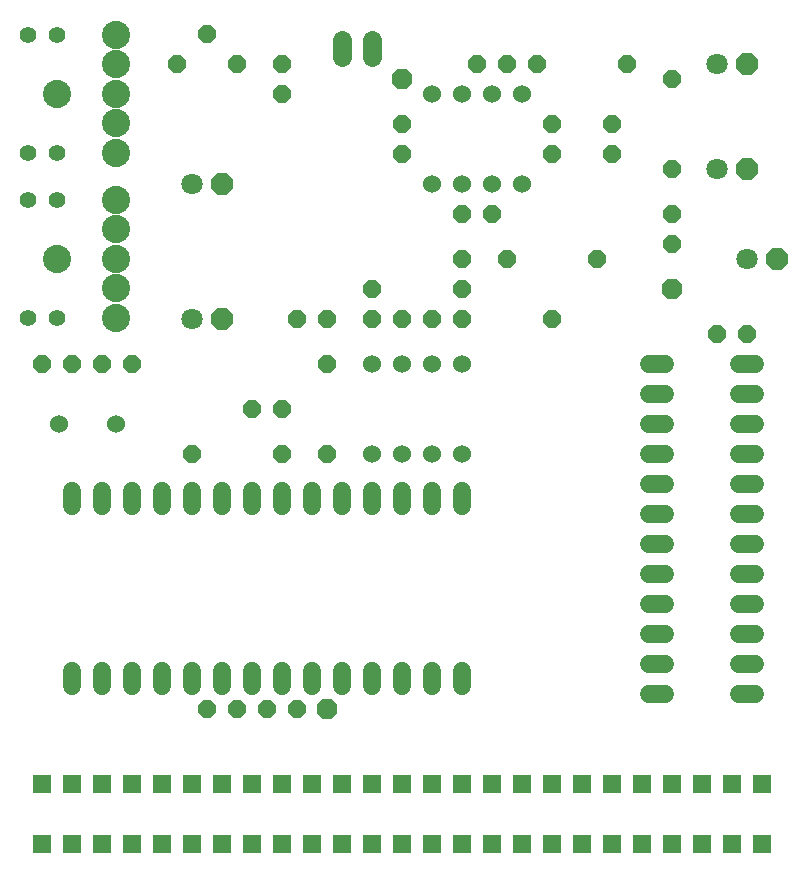
<source format=gts>
G04 EAGLE Gerber RS-274X export*
G75*
%MOMM*%
%FSLAX34Y34*%
%LPD*%
%INSoldermask Top*%
%IPPOS*%
%AMOC8*
5,1,8,0,0,1.08239X$1,22.5*%
G01*
%ADD10R,1.611200X1.611200*%
%ADD11C,1.524000*%
%ADD12P,1.649562X8X202.500000*%
%ADD13P,1.951982X8X22.500000*%
%ADD14C,1.803400*%
%ADD15C,1.524000*%
%ADD16P,1.649562X8X22.500000*%
%ADD17P,1.649562X8X292.500000*%
%ADD18C,1.625600*%
%ADD19C,2.387600*%
%ADD20C,1.403200*%
%ADD21P,1.869504X8X22.500000*%
%ADD22P,1.649562X8X112.500000*%


D10*
X38100Y25400D03*
X38100Y76200D03*
X63500Y25400D03*
X63500Y76200D03*
X88900Y25400D03*
X88900Y76200D03*
X114300Y25400D03*
X114300Y76200D03*
X139700Y25400D03*
X139700Y76200D03*
X165100Y25400D03*
X165100Y76200D03*
X190500Y25400D03*
X190500Y76200D03*
X215900Y25400D03*
X215900Y76200D03*
X241300Y25400D03*
X241300Y76200D03*
X266700Y25400D03*
X266700Y76200D03*
X292100Y25400D03*
X292100Y76200D03*
X317500Y25400D03*
X317500Y76200D03*
X342900Y25400D03*
X342900Y76200D03*
X368300Y25400D03*
X368300Y76200D03*
X393700Y25400D03*
X393700Y76200D03*
X419100Y25400D03*
X419100Y76200D03*
X444500Y25400D03*
X444500Y76200D03*
X469900Y25400D03*
X469900Y76200D03*
X495300Y25400D03*
X495300Y76200D03*
X520700Y25400D03*
X520700Y76200D03*
X546100Y25400D03*
X546100Y76200D03*
X571500Y25400D03*
X571500Y76200D03*
X596900Y25400D03*
X596900Y76200D03*
X622300Y25400D03*
X622300Y76200D03*
X647700Y25400D03*
X647700Y76200D03*
D11*
X565404Y431800D02*
X552196Y431800D01*
X552196Y406400D02*
X565404Y406400D01*
X565404Y381000D02*
X552196Y381000D01*
X552196Y355600D02*
X565404Y355600D01*
X565404Y330200D02*
X552196Y330200D01*
X552196Y304800D02*
X565404Y304800D01*
X565404Y279400D02*
X552196Y279400D01*
X552196Y254000D02*
X565404Y254000D01*
X565404Y228600D02*
X552196Y228600D01*
X552196Y203200D02*
X565404Y203200D01*
X565404Y177800D02*
X552196Y177800D01*
X552196Y152400D02*
X565404Y152400D01*
X628396Y152400D02*
X641604Y152400D01*
X641604Y177800D02*
X628396Y177800D01*
X628396Y203200D02*
X641604Y203200D01*
X641604Y228600D02*
X628396Y228600D01*
X628396Y254000D02*
X641604Y254000D01*
X641604Y279400D02*
X628396Y279400D01*
X628396Y304800D02*
X641604Y304800D01*
X641604Y330200D02*
X628396Y330200D01*
X628396Y355600D02*
X641604Y355600D01*
X641604Y381000D02*
X628396Y381000D01*
X628396Y406400D02*
X641604Y406400D01*
X641604Y431800D02*
X628396Y431800D01*
D12*
X635000Y457200D03*
X609600Y457200D03*
D13*
X660400Y520700D03*
D14*
X635000Y520700D03*
D11*
X63500Y171704D02*
X63500Y158496D01*
X88900Y158496D02*
X88900Y171704D01*
X114300Y171704D02*
X114300Y158496D01*
X139700Y158496D02*
X139700Y171704D01*
X165100Y171704D02*
X165100Y158496D01*
X190500Y158496D02*
X190500Y171704D01*
X215900Y171704D02*
X215900Y158496D01*
X241300Y158496D02*
X241300Y171704D01*
X266700Y171704D02*
X266700Y158496D01*
X292100Y158496D02*
X292100Y171704D01*
X317500Y171704D02*
X317500Y158496D01*
X342900Y158496D02*
X342900Y171704D01*
X368300Y171704D02*
X368300Y158496D01*
X393700Y158496D02*
X393700Y171704D01*
X393700Y310896D02*
X393700Y324104D01*
X368300Y324104D02*
X368300Y310896D01*
X342900Y310896D02*
X342900Y324104D01*
X317500Y324104D02*
X317500Y310896D01*
X292100Y310896D02*
X292100Y324104D01*
X266700Y324104D02*
X266700Y310896D01*
X241300Y310896D02*
X241300Y324104D01*
X215900Y324104D02*
X215900Y310896D01*
X190500Y310896D02*
X190500Y324104D01*
X165100Y324104D02*
X165100Y310896D01*
X139700Y310896D02*
X139700Y324104D01*
X114300Y324104D02*
X114300Y310896D01*
X88900Y310896D02*
X88900Y324104D01*
X63500Y324104D02*
X63500Y310896D01*
D15*
X52070Y381000D03*
X100330Y381000D03*
D16*
X38100Y431800D03*
X63500Y431800D03*
D12*
X114300Y431800D03*
X88900Y431800D03*
D16*
X228600Y139700D03*
X254000Y139700D03*
D12*
X203200Y139700D03*
X177800Y139700D03*
X152654Y685800D03*
X202946Y685800D03*
X177800Y711200D03*
D17*
X241300Y685800D03*
X241300Y660400D03*
D15*
X368300Y584200D03*
X393700Y584200D03*
X393700Y660400D03*
X368300Y660400D03*
X419100Y584200D03*
X444500Y584200D03*
X419100Y660400D03*
X444500Y660400D03*
D16*
X406400Y685800D03*
X431800Y685800D03*
D17*
X342900Y635000D03*
X342900Y609600D03*
X469900Y635000D03*
X469900Y609600D03*
D13*
X190500Y469900D03*
D14*
X165100Y469900D03*
D12*
X533400Y685800D03*
X457200Y685800D03*
D17*
X520700Y635000D03*
X520700Y609600D03*
D18*
X292100Y691388D02*
X292100Y705612D01*
X317500Y705612D02*
X317500Y691388D01*
D19*
X50800Y520700D03*
X100800Y545700D03*
X100800Y570700D03*
X100800Y495700D03*
X100800Y470700D03*
D20*
X50800Y570700D03*
X25800Y570700D03*
X25800Y470700D03*
X50800Y470700D03*
D19*
X100800Y520300D03*
D21*
X342900Y673100D03*
D17*
X571500Y673100D03*
X571500Y596900D03*
D13*
X635000Y596900D03*
D14*
X609600Y596900D03*
D13*
X635000Y685800D03*
D14*
X609600Y685800D03*
D17*
X571500Y558800D03*
X571500Y533400D03*
D19*
X50800Y660400D03*
X100800Y685400D03*
X100800Y710400D03*
X100800Y635400D03*
X100800Y610400D03*
D20*
X50800Y710400D03*
X25800Y710400D03*
X25800Y610400D03*
X50800Y610400D03*
D19*
X100800Y660000D03*
D21*
X571500Y495300D03*
D22*
X279400Y355600D03*
X279400Y431800D03*
D12*
X279400Y469900D03*
X254000Y469900D03*
D15*
X317500Y355600D03*
X342900Y355600D03*
X342900Y431800D03*
X317500Y431800D03*
X368300Y355600D03*
X393700Y355600D03*
X368300Y431800D03*
X393700Y431800D03*
D12*
X368300Y469900D03*
X342900Y469900D03*
X469900Y469900D03*
X393700Y469900D03*
D17*
X393700Y520700D03*
X393700Y495300D03*
D22*
X317500Y469900D03*
X317500Y495300D03*
D12*
X241300Y355600D03*
X165100Y355600D03*
X241300Y393700D03*
X215900Y393700D03*
D13*
X190500Y584200D03*
D14*
X165100Y584200D03*
D12*
X508000Y520700D03*
X431800Y520700D03*
X419100Y558800D03*
X393700Y558800D03*
D21*
X279400Y139700D03*
M02*

</source>
